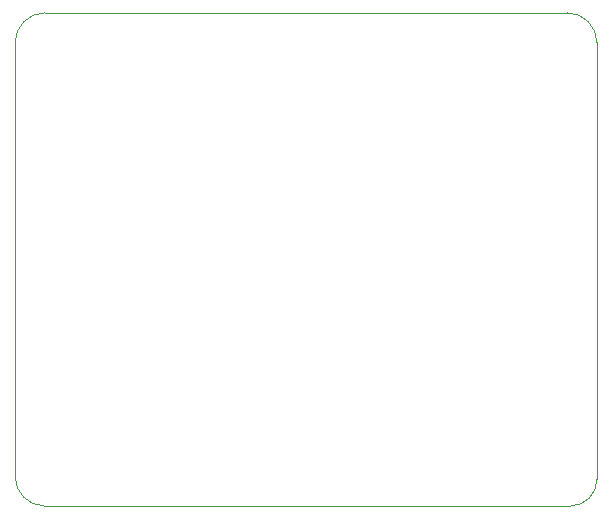
<source format=gm1>
%TF.GenerationSoftware,KiCad,Pcbnew,6.0.1-79c1e3a40b~116~ubuntu20.04.1*%
%TF.CreationDate,2022-01-22T21:44:11+01:00*%
%TF.ProjectId,Step_Down_Converter,53746570-5f44-46f7-976e-5f436f6e7665,rev?*%
%TF.SameCoordinates,Original*%
%TF.FileFunction,Profile,NP*%
%FSLAX46Y46*%
G04 Gerber Fmt 4.6, Leading zero omitted, Abs format (unit mm)*
G04 Created by KiCad (PCBNEW 6.0.1-79c1e3a40b~116~ubuntu20.04.1) date 2022-01-22 21:44:11*
%MOMM*%
%LPD*%
G01*
G04 APERTURE LIST*
%TA.AperFunction,Profile*%
%ADD10C,0.100000*%
%TD*%
G04 APERTURE END LIST*
D10*
X211100000Y-147900000D02*
G75*
G03*
X213350000Y-145650000I-1J2250001D01*
G01*
X213350000Y-108650000D02*
G75*
G03*
X210850000Y-106150000I-2500000J0D01*
G01*
X166600000Y-106150000D02*
X210850000Y-106150000D01*
X213350000Y-108650000D02*
X213350000Y-145650000D01*
X166600000Y-106150000D02*
G75*
G03*
X164100000Y-108650000I0J-2500000D01*
G01*
X211100000Y-147900000D02*
X166600000Y-147900000D01*
X164100000Y-145400000D02*
G75*
G03*
X166600000Y-147900000I2500000J0D01*
G01*
X164100000Y-145400000D02*
X164100000Y-108650000D01*
M02*

</source>
